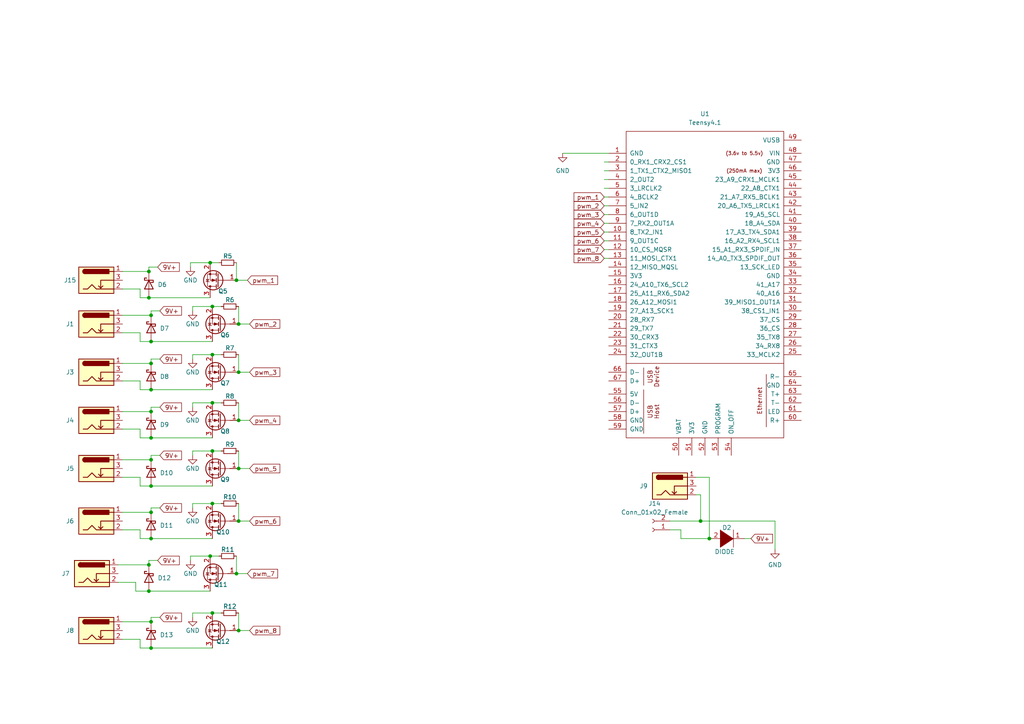
<source format=kicad_sch>
(kicad_sch (version 20231120) (generator "eeschema") (generator_version "8.0")
  (paper "A4")
  (lib_symbols
    (symbol "Connector:Barrel_Jack_Switch" (pin_names hide)
      (property "Reference" "J" (at 0 5.334 0))
      (property "Value" "Barrel_Jack_Switch" (at 0 -5.08 0))
      (symbol "Barrel_Jack_Switch_0_1"
        (rectangle (start -5.08 3.81) (end 5.08 -3.81) (stroke (width 0.254)) (fill (type background)))
        (arc (start -3.302 3.175) (mid -3.9343 2.54) (end -3.302 1.905) (stroke (width 0.254)))
        (arc (start -3.302 3.175) (mid -3.9343 2.54) (end -3.302 1.905) (stroke (width 0.254)) (fill (type outline)))
        (polyline (pts (xy 1.27 -2.286) (xy 1.905 -1.651)) (stroke (width 0.254)))
        (polyline (pts (xy 5.08 2.54) (xy 3.81 2.54)) (stroke (width 0.254)))
        (polyline (pts (xy 5.08 0) (xy 1.27 0) (xy 1.27 -2.286) (xy 0.635 -1.651)) (stroke (width 0.254)))
        (polyline (pts (xy -3.81 -2.54) (xy -2.54 -2.54) (xy -1.27 -1.27) (xy 0 -2.54) (xy 2.54 -2.54) (xy 5.08 -2.54)) (stroke (width 0.254)))
        (rectangle (start 3.683 3.175) (end -3.302 1.905) (stroke (width 0.254)) (fill (type outline)))
      )
      (symbol "Barrel_Jack_Switch_1_1"
        (pin passive line (at 7.62 2.54 180) (length 2.54) (name "~") (number "1"))
        (pin passive line (at 7.62 -2.54 180) (length 2.54) (name "~") (number "2"))
        (pin passive line (at 7.62 0 180) (length 2.54) (name "~") (number "3"))
      )
    )
    (symbol "Connector:Conn_01x02_Female" (pin_names (offset 1.016) hide)
      (property "Reference" "J" (at 0 2.54 0))
      (property "Value" "Conn_01x02_Female" (at 0 -5.08 0))
      (symbol "Conn_01x02_Female_1_1"
        (arc (start 0 -2.032) (mid -0.5058 -2.54) (end 0 -3.048) (stroke (width 0.1524)))
        (polyline (pts (xy -1.27 -2.54) (xy -0.508 -2.54)) (stroke (width 0.1524)))
        (polyline (pts (xy -1.27 0) (xy -0.508 0)) (stroke (width 0.1524)))
        (arc (start 0 0.508) (mid -0.5058 0) (end 0 -0.508) (stroke (width 0.1524)))
        (pin passive line (at -5.08 0 0) (length 3.81) (name "Pin_1") (number "1"))
        (pin passive line (at -5.08 -2.54 0) (length 3.81) (name "Pin_2") (number "2"))
      )
    )
    (symbol "Device:D_Schottky" (pin_numbers hide) (pin_names (offset 1.016) hide)
      (property "Reference" "D" (at 0 2.54 0))
      (property "Value" "D_Schottky" (at 0 -2.54 0))
      (symbol "D_Schottky_0_1"
        (polyline (pts (xy 1.27 0) (xy -1.27 0)))
        (polyline (pts (xy 1.27 1.27) (xy 1.27 -1.27) (xy -1.27 0) (xy 1.27 1.27)) (stroke (width 0.254)))
        (polyline (pts (xy -1.905 0.635) (xy -1.905 1.27) (xy -1.27 1.27) (xy -1.27 -1.27) (xy -0.635 -1.27) (xy -0.635 -0.635)) (stroke (width 0.254)))
      )
      (symbol "D_Schottky_1_1"
        (pin passive line (at -3.81 0 0) (length 2.54) (name "K") (number "1"))
        (pin passive line (at 3.81 0 180) (length 2.54) (name "A") (number "2"))
      )
    )
    (symbol "Device:R_Small" (pin_numbers hide) (pin_names (offset 0.254) hide)
      (property "Reference" "R" (at 0.762 0.508 0))
      (property "Value" "R_Small" (at 0.762 -1.016 0))
      (symbol "R_Small_0_1"
        (rectangle (start -0.762 1.778) (end 0.762 -1.778) (stroke (width 0.2032)))
      )
      (symbol "R_Small_1_1"
        (pin passive line (at 0 2.54 270) (length 0.762) (name "~") (number "1"))
        (pin passive line (at 0 -2.54 90) (length 0.762) (name "~") (number "2"))
      )
    )
    (symbol "Transistor_FET:AO3400A" (pin_names hide)
      (property "Reference" "Q?" (at 7.62 -2.54 0))
      (property "Value" "AO3400A" (at 7.62 0 0))
      (symbol "AO3400A_0_1"
        (polyline (pts (xy 0.254 0) (xy -2.54 0)))
        (polyline (pts (xy 0.254 1.905) (xy 0.254 -1.905)) (stroke (width 0.254)))
        (polyline (pts (xy 0.762 -1.27) (xy 0.762 -2.286)) (stroke (width 0.254)))
        (polyline (pts (xy 0.762 0.508) (xy 0.762 -0.508)) (stroke (width 0.254)))
        (polyline (pts (xy 0.762 2.286) (xy 0.762 1.27)) (stroke (width 0.254)))
        (polyline (pts (xy 2.54 2.54) (xy 2.54 1.778)))
        (polyline (pts (xy 2.54 -2.54) (xy 2.54 0) (xy 0.762 0)))
        (polyline (pts (xy 0.762 -1.778) (xy 3.302 -1.778) (xy 3.302 1.778) (xy 0.762 1.778)))
        (polyline (pts (xy 1.016 0) (xy 2.032 0.381) (xy 2.032 -0.381) (xy 1.016 0)) (fill (type outline)))
        (polyline (pts (xy 2.794 0.508) (xy 2.921 0.381) (xy 3.683 0.381) (xy 3.81 0.254)))
        (polyline (pts (xy 3.302 0.381) (xy 2.921 -0.254) (xy 3.683 -0.254) (xy 3.302 0.381)))
        (circle (center 1.651 0) (radius 2.794) (stroke (width 0.254)))
        (circle (center 2.54 -1.778) (radius 0.254) (fill (type outline)))
        (circle (center 2.54 1.778) (radius 0.254) (fill (type outline)))
      )
      (symbol "AO3400A_1_1"
        (pin input line (at -5.08 0 0) (length 2.54) (name "G") (number "1"))
        (pin passive line (at 2.54 -5.08 90) (length 2.54) (name "S") (number "2"))
        (pin passive line (at 2.54 5.08 270) (length 2.54) (name "D") (number "3"))
      )
    )
    (symbol "power:GND" (power) (pin_names (offset 0))
      (property "Value" "GND" (at 0 -3.81 0))
      (symbol "GND_0_1"
        (polyline (pts (xy 0 0) (xy 0 -1.27) (xy 1.27 -1.27) (xy 0 -2.54) (xy -1.27 -1.27) (xy 0 -1.27)))
      )
      (symbol "GND_1_1"
        (pin power_in line (at 0 0 270) (length 0) hide (name "GND") (number "1"))
      )
    )
    (symbol "pspice:DIODE" (pin_names (offset 1.016) hide)
      (property "Reference" "D2" (at 0 3.175 0))
      (property "Value" "DIODE" (at -0.635 -3.81 0))
      (symbol "DIODE_0_1"
        (polyline (pts (xy 1.905 2.54) (xy 1.905 -2.54)))
        (polyline (pts (xy -1.905 2.54) (xy -1.905 -2.54) (xy 1.905 0)) (fill (type outline)))
      )
      (symbol "DIODE_1_1"
        (pin input line (at 5.08 0 180) (length 3.81) (name "K") (number "1"))
        (pin input line (at -5.08 0 0) (length 3.81) (name "A") (number "2"))
      )
    )
    (symbol "teensy:Teensy4.1" (pin_names (offset 1.016))
      (property "Reference" "U" (at 0 64.77 0))
      (property "Value" "Teensy4.1" (at 0 62.23 0))
      (symbol "Teensy4.1_0_0"
        (polyline (pts (xy -22.86 -6.35) (xy 22.86 -6.35)))
        (polyline (pts (xy -17.78 -26.67) (xy -17.78 -13.97)))
        (polyline (pts (xy -17.78 -7.62) (xy -17.78 -12.7)))
        (polyline (pts (xy 17.78 -9.525) (xy 17.78 -24.765)))
        (text "(250mA max)" (at 11.43 49.53 0) (effects (font (size 1.016 1.016))))
        (text "(3.6v to 5.5v)" (at 11.43 54.61 0) (effects (font (size 1.016 1.016))))
        (text "Device" (at -13.97 -10.16 900) (effects (font (size 1.27 1.27))))
        (text "Ethernet" (at 15.875 -17.145 900) (effects (font (size 1.27 1.27))))
        (text "Host" (at -13.97 -20.32 900) (effects (font (size 1.27 1.27))))
        (text "USB" (at -15.875 -20.32 900) (effects (font (size 1.27 1.27))))
        (text "USB" (at -15.875 -10.16 900) (effects (font (size 1.27 1.27))))
        (pin bidirectional line (at -27.94 31.75 0) (length 5.08) (name "8_TX2_IN1") (number "10"))
        (pin bidirectional line (at -27.94 29.21 0) (length 5.08) (name "9_OUT1C") (number "11"))
        (pin bidirectional line (at -27.94 26.67 0) (length 5.08) (name "10_CS_MQSR") (number "12"))
        (pin bidirectional line (at -27.94 24.13 0) (length 5.08) (name "11_MOSI_CTX1") (number "13"))
        (pin bidirectional line (at -27.94 21.59 0) (length 5.08) (name "12_MISO_MQSL") (number "14"))
        (pin power_in line (at -27.94 19.05 0) (length 5.08) (name "3V3") (number "15"))
        (pin bidirectional line (at -27.94 16.51 0) (length 5.08) (name "24_A10_TX6_SCL2") (number "16"))
        (pin bidirectional line (at -27.94 13.97 0) (length 5.08) (name "25_A11_RX6_SDA2") (number "17"))
        (pin bidirectional line (at -27.94 11.43 0) (length 5.08) (name "26_A12_MOSI1") (number "18"))
        (pin bidirectional line (at -27.94 8.89 0) (length 5.08) (name "27_A13_SCK1") (number "19"))
        (pin bidirectional line (at -27.94 6.35 0) (length 5.08) (name "28_RX7") (number "20"))
        (pin bidirectional line (at -27.94 3.81 0) (length 5.08) (name "29_TX7") (number "21"))
        (pin bidirectional line (at -27.94 1.27 0) (length 5.08) (name "30_CRX3") (number "22"))
        (pin bidirectional line (at -27.94 -1.27 0) (length 5.08) (name "31_CTX3") (number "23"))
        (pin bidirectional line (at -27.94 -3.81 0) (length 5.08) (name "32_OUT1B") (number "24"))
        (pin bidirectional line (at 27.94 -3.81 180) (length 5.08) (name "33_MCLK2") (number "25"))
        (pin bidirectional line (at 27.94 -1.27 180) (length 5.08) (name "34_RX8") (number "26"))
        (pin bidirectional line (at 27.94 1.27 180) (length 5.08) (name "35_TX8") (number "27"))
        (pin bidirectional line (at 27.94 3.81 180) (length 5.08) (name "36_CS") (number "28"))
        (pin bidirectional line (at 27.94 6.35 180) (length 5.08) (name "37_CS") (number "29"))
        (pin bidirectional line (at 27.94 8.89 180) (length 5.08) (name "38_CS1_IN1") (number "30"))
        (pin bidirectional line (at 27.94 11.43 180) (length 5.08) (name "39_MISO1_OUT1A") (number "31"))
        (pin bidirectional line (at 27.94 13.97 180) (length 5.08) (name "40_A16") (number "32"))
        (pin bidirectional line (at 27.94 16.51 180) (length 5.08) (name "41_A17") (number "33"))
        (pin bidirectional line (at 27.94 21.59 180) (length 5.08) (name "13_SCK_LED") (number "35"))
        (pin bidirectional line (at 27.94 24.13 180) (length 5.08) (name "14_A0_TX3_SPDIF_OUT") (number "36"))
        (pin bidirectional line (at 27.94 26.67 180) (length 5.08) (name "15_A1_RX3_SPDIF_IN") (number "37"))
        (pin bidirectional line (at 27.94 29.21 180) (length 5.08) (name "16_A2_RX4_SCL1") (number "38"))
        (pin bidirectional line (at 27.94 31.75 180) (length 5.08) (name "17_A3_TX4_SDA1") (number "39"))
        (pin bidirectional line (at 27.94 34.29 180) (length 5.08) (name "18_A4_SDA") (number "40"))
        (pin bidirectional line (at 27.94 36.83 180) (length 5.08) (name "19_A5_SCL") (number "41"))
        (pin bidirectional line (at 27.94 39.37 180) (length 5.08) (name "20_A6_TX5_LRCLK1") (number "42"))
        (pin bidirectional line (at 27.94 41.91 180) (length 5.08) (name "21_A7_RX5_BCLK1") (number "43"))
        (pin bidirectional line (at 27.94 44.45 180) (length 5.08) (name "22_A8_CTX1") (number "44"))
        (pin bidirectional line (at 27.94 46.99 180) (length 5.08) (name "23_A9_CRX1_MCLK1") (number "45"))
        (pin output line (at 27.94 49.53 180) (length 5.08) (name "3V3") (number "46"))
        (pin output line (at 27.94 52.07 180) (length 5.08) (name "GND") (number "47"))
        (pin power_in line (at 27.94 54.61 180) (length 5.08) (name "VIN") (number "48"))
        (pin power_out line (at 27.94 58.42 180) (length 5.08) (name "VUSB") (number "49"))
        (pin bidirectional line (at -27.94 44.45 0) (length 5.08) (name "3_LRCLK2") (number "5"))
        (pin power_in line (at -7.62 -33.02 90) (length 5.08) (name "VBAT") (number "50"))
        (pin power_in line (at -3.81 -33.02 90) (length 5.08) (name "3V3") (number "51"))
        (pin input line (at 0 -33.02 90) (length 5.08) (name "GND") (number "52"))
        (pin input line (at 3.81 -33.02 90) (length 5.08) (name "PROGRAM") (number "53"))
        (pin input line (at 7.62 -33.02 90) (length 5.08) (name "ON_OFF") (number "54"))
        (pin power_out line (at -27.94 -15.24 0) (length 5.08) (name "5V") (number "55"))
        (pin bidirectional line (at -27.94 -17.78 0) (length 5.08) (name "D-") (number "56"))
        (pin bidirectional line (at -27.94 -20.32 0) (length 5.08) (name "D+") (number "57"))
        (pin power_in line (at -27.94 -22.86 0) (length 5.08) (name "GND") (number "58"))
        (pin power_in line (at -27.94 -25.4 0) (length 5.08) (name "GND") (number "59"))
        (pin bidirectional line (at -27.94 41.91 0) (length 5.08) (name "4_BCLK2") (number "6"))
        (pin bidirectional line (at 27.94 -22.86 180) (length 5.08) (name "R+") (number "60"))
        (pin bidirectional line (at 27.94 -20.32 180) (length 5.08) (name "LED") (number "61"))
        (pin bidirectional line (at 27.94 -17.78 180) (length 5.08) (name "T-") (number "62"))
        (pin bidirectional line (at 27.94 -15.24 180) (length 5.08) (name "T+") (number "63"))
        (pin power_in line (at 27.94 -12.7 180) (length 5.08) (name "GND") (number "64"))
        (pin bidirectional line (at 27.94 -10.16 180) (length 5.08) (name "R-") (number "65"))
        (pin bidirectional line (at -27.94 -8.89 0) (length 5.08) (name "D-") (number "66"))
        (pin bidirectional line (at -27.94 -11.43 0) (length 5.08) (name "D+") (number "67"))
        (pin bidirectional line (at -27.94 39.37 0) (length 5.08) (name "5_IN2") (number "7"))
        (pin bidirectional line (at -27.94 36.83 0) (length 5.08) (name "6_OUT1D") (number "8"))
        (pin bidirectional line (at -27.94 34.29 0) (length 5.08) (name "7_RX2_OUT1A") (number "9"))
      )
      (symbol "Teensy4.1_0_1"
        (rectangle (start -22.86 60.96) (end 22.86 -27.94))
        (rectangle (start -20.32 -1.27) (end -20.32 -1.27))
      )
      (symbol "Teensy4.1_1_1"
        (pin power_in line (at -27.94 54.61 0) (length 5.08) (name "GND") (number "1"))
        (pin bidirectional line (at -27.94 52.07 0) (length 5.08) (name "0_RX1_CRX2_CS1") (number "2"))
        (pin bidirectional line (at -27.94 49.53 0) (length 5.08) (name "1_TX1_CTX2_MISO1") (number "3"))
        (pin power_in line (at 27.94 19.05 180) (length 5.08) (name "GND") (number "34"))
        (pin bidirectional line (at -27.94 46.99 0) (length 5.08) (name "2_OUT2") (number "4"))
      )
    )
  )
  (junction (at 69.215 107.95))
  (junction (at 43.815 140.97))
  (junction (at 43.815 105.41))
  (junction (at 203.2 151.13))
  (junction (at 60.96 76.2))
  (junction (at 205.74 156.21))
  (junction (at 43.815 133.35))
  (junction (at 61.595 146.05))
  (junction (at 61.595 88.9))
  (junction (at 69.215 182.88))
  (junction (at 61.595 130.81))
  (junction (at 68.58 81.28))
  (junction (at 43.815 187.96))
  (junction (at 68.58 166.37))
  (junction (at 61.595 102.87))
  (junction (at 43.815 113.03))
  (junction (at 43.815 180.34))
  (junction (at 43.18 171.45))
  (junction (at 43.815 148.59))
  (junction (at 43.815 119.38))
  (junction (at 69.215 151.13))
  (junction (at 43.815 127))
  (junction (at 69.215 121.92))
  (junction (at 61.595 177.8))
  (junction (at 43.815 99.06))
  (junction (at 43.18 163.83))
  (junction (at 43.18 86.36))
  (junction (at 43.815 156.21))
  (junction (at 43.815 91.44))
  (junction (at 43.18 78.74))
  (junction (at 60.96 161.29))
  (junction (at 61.595 116.84))
  (junction (at 69.215 135.89))
  (junction (at 69.215 93.98))
  (wire (pts (xy 201.93 138.43) (xy 205.74 138.43)))
  (wire (pts (xy 46.355 104.14) (xy 43.815 104.14)))
  (wire (pts (xy 69.215 151.13) (xy 72.39 151.13)))
  (wire (pts (xy 68.58 166.37) (xy 71.755 166.37)))
  (wire (pts (xy 35.56 148.59) (xy 43.815 148.59)))
  (wire (pts (xy 35.56 153.67) (xy 40.64 153.67)))
  (wire (pts (xy 43.815 127) (xy 61.595 127)))
  (wire (pts (xy 35.56 185.42) (xy 40.64 185.42)))
  (wire (pts (xy 69.215 93.98) (xy 72.39 93.98)))
  (wire (pts (xy 43.815 104.14) (xy 43.815 105.41)))
  (wire (pts (xy 215.9 156.21) (xy 217.805 156.21)))
  (wire (pts (xy 40.64 153.67) (xy 40.64 156.21)))
  (wire (pts (xy 43.18 77.47) (xy 43.18 78.74)))
  (wire (pts (xy 55.88 130.81) (xy 55.88 132.08)))
  (wire (pts (xy 40.64 187.96) (xy 43.815 187.96)))
  (wire (pts (xy 43.18 162.56) (xy 43.18 163.83)))
  (wire (pts (xy 175.26 67.31) (xy 176.53 67.31)))
  (wire (pts (xy 175.26 74.93) (xy 176.53 74.93)))
  (wire (pts (xy 40.64 127) (xy 43.815 127)))
  (wire (pts (xy 69.215 121.92) (xy 72.39 121.92)))
  (wire (pts (xy 35.56 124.46) (xy 40.64 124.46)))
  (wire (pts (xy 55.88 177.8) (xy 55.88 179.07)))
  (wire (pts (xy 224.79 151.13) (xy 224.79 159.385)))
  (wire (pts (xy 68.58 81.28) (xy 71.755 81.28)))
  (wire (pts (xy 43.815 118.11) (xy 43.815 119.38)))
  (wire (pts (xy 45.72 162.56) (xy 43.18 162.56)))
  (wire (pts (xy 35.56 96.52) (xy 40.64 96.52)))
  (wire (pts (xy 60.96 161.29) (xy 55.245 161.29)))
  (wire (pts (xy 55.245 161.29) (xy 55.245 162.56)))
  (wire (pts (xy 61.595 102.87) (xy 64.135 102.87)))
  (wire (pts (xy 176.53 49.53) (xy 175.26 49.53)))
  (wire (pts (xy 69.215 177.8) (xy 69.215 182.88)))
  (wire (pts (xy 35.56 110.49) (xy 40.64 110.49)))
  (wire (pts (xy 203.2 143.51) (xy 203.2 151.13)))
  (wire (pts (xy 35.56 91.44) (xy 43.815 91.44)))
  (wire (pts (xy 40.64 138.43) (xy 40.64 140.97)))
  (wire (pts (xy 205.74 138.43) (xy 205.74 156.21)))
  (wire (pts (xy 197.485 156.21) (xy 197.485 153.67)))
  (wire (pts (xy 176.53 57.15) (xy 175.26 57.15)))
  (wire (pts (xy 46.355 90.17) (xy 43.815 90.17)))
  (wire (pts (xy 55.88 146.05) (xy 55.88 147.32)))
  (wire (pts (xy 69.215 182.88) (xy 72.39 182.88)))
  (wire (pts (xy 43.18 86.36) (xy 60.96 86.36)))
  (wire (pts (xy 35.56 105.41) (xy 43.815 105.41)))
  (wire (pts (xy 55.88 102.87) (xy 55.88 104.14)))
  (wire (pts (xy 46.355 118.11) (xy 43.815 118.11)))
  (wire (pts (xy 68.58 161.29) (xy 68.58 166.37)))
  (wire (pts (xy 175.26 72.39) (xy 176.53 72.39)))
  (wire (pts (xy 43.815 140.97) (xy 61.595 140.97)))
  (wire (pts (xy 203.2 151.13) (xy 224.79 151.13)))
  (wire (pts (xy 194.31 151.13) (xy 203.2 151.13)))
  (wire (pts (xy 68.58 76.2) (xy 68.58 81.28)))
  (wire (pts (xy 61.595 130.81) (xy 55.88 130.81)))
  (wire (pts (xy 40.64 140.97) (xy 43.815 140.97)))
  (wire (pts (xy 61.595 116.84) (xy 64.135 116.84)))
  (wire (pts (xy 60.96 76.2) (xy 63.5 76.2)))
  (wire (pts (xy 69.215 130.81) (xy 69.215 135.89)))
  (wire (pts (xy 55.88 88.9) (xy 55.88 90.17)))
  (wire (pts (xy 69.215 135.89) (xy 72.39 135.89)))
  (wire (pts (xy 69.215 146.05) (xy 69.215 151.13)))
  (wire (pts (xy 61.595 146.05) (xy 64.135 146.05)))
  (wire (pts (xy 61.595 88.9) (xy 64.135 88.9)))
  (wire (pts (xy 43.815 132.08) (xy 43.815 133.35)))
  (wire (pts (xy 43.815 99.06) (xy 61.595 99.06)))
  (wire (pts (xy 61.595 102.87) (xy 55.88 102.87)))
  (wire (pts (xy 61.595 177.8) (xy 64.135 177.8)))
  (wire (pts (xy 46.355 179.07) (xy 43.815 179.07)))
  (wire (pts (xy 46.355 132.08) (xy 43.815 132.08)))
  (wire (pts (xy 69.215 107.95) (xy 72.39 107.95)))
  (wire (pts (xy 197.485 156.21) (xy 205.74 156.21)))
  (wire (pts (xy 55.245 76.2) (xy 55.245 77.47)))
  (wire (pts (xy 43.815 156.21) (xy 61.595 156.21)))
  (wire (pts (xy 45.72 77.47) (xy 43.18 77.47)))
  (wire (pts (xy 46.355 147.32) (xy 43.815 147.32)))
  (wire (pts (xy 60.96 76.2) (xy 55.245 76.2)))
  (wire (pts (xy 61.595 146.05) (xy 55.88 146.05)))
  (wire (pts (xy 176.53 62.23) (xy 175.26 62.23)))
  (wire (pts (xy 35.56 78.74) (xy 43.18 78.74)))
  (wire (pts (xy 40.64 156.21) (xy 43.815 156.21)))
  (wire (pts (xy 40.64 185.42) (xy 40.64 187.96)))
  (wire (pts (xy 40.64 83.82) (xy 40.64 86.36)))
  (wire (pts (xy 39.37 168.91) (xy 39.37 171.45)))
  (wire (pts (xy 40.64 86.36) (xy 43.18 86.36)))
  (wire (pts (xy 43.815 113.03) (xy 61.595 113.03)))
  (wire (pts (xy 69.215 88.9) (xy 69.215 93.98)))
  (wire (pts (xy 34.29 163.83) (xy 43.18 163.83)))
  (wire (pts (xy 43.815 179.07) (xy 43.815 180.34)))
  (wire (pts (xy 69.215 102.87) (xy 69.215 107.95)))
  (wire (pts (xy 61.595 130.81) (xy 64.135 130.81)))
  (wire (pts (xy 34.29 168.91) (xy 39.37 168.91)))
  (wire (pts (xy 35.56 138.43) (xy 40.64 138.43)))
  (wire (pts (xy 176.53 46.99) (xy 175.26 46.99)))
  (wire (pts (xy 163.195 44.45) (xy 176.53 44.45)))
  (wire (pts (xy 61.595 116.84) (xy 55.88 116.84)))
  (wire (pts (xy 40.64 124.46) (xy 40.64 127)))
  (wire (pts (xy 176.53 54.61) (xy 175.26 54.61)))
  (wire (pts (xy 69.215 116.84) (xy 69.215 121.92)))
  (wire (pts (xy 176.53 64.77) (xy 175.26 64.77)))
  (wire (pts (xy 43.18 171.45) (xy 60.96 171.45)))
  (wire (pts (xy 175.26 69.85) (xy 176.53 69.85)))
  (wire (pts (xy 35.56 119.38) (xy 43.815 119.38)))
  (wire (pts (xy 40.64 113.03) (xy 43.815 113.03)))
  (wire (pts (xy 176.53 52.07) (xy 175.26 52.07)))
  (wire (pts (xy 35.56 133.35) (xy 43.815 133.35)))
  (wire (pts (xy 61.595 88.9) (xy 55.88 88.9)))
  (wire (pts (xy 55.88 116.84) (xy 55.88 118.11)))
  (wire (pts (xy 61.595 177.8) (xy 55.88 177.8)))
  (wire (pts (xy 43.815 147.32) (xy 43.815 148.59)))
  (wire (pts (xy 197.485 153.67) (xy 194.31 153.67)))
  (wire (pts (xy 40.64 99.06) (xy 43.815 99.06)))
  (wire (pts (xy 35.56 83.82) (xy 40.64 83.82)))
  (wire (pts (xy 40.64 96.52) (xy 40.64 99.06)))
  (wire (pts (xy 35.56 180.34) (xy 43.815 180.34)))
  (wire (pts (xy 176.53 59.69) (xy 175.26 59.69)))
  (wire (pts (xy 43.815 187.96) (xy 61.595 187.96)))
  (wire (pts (xy 60.96 161.29) (xy 63.5 161.29)))
  (wire (pts (xy 43.815 90.17) (xy 43.815 91.44)))
  (wire (pts (xy 39.37 171.45) (xy 43.18 171.45)))
  (wire (pts (xy 201.93 143.51) (xy 203.2 143.51)))
  (wire (pts (xy 40.64 110.49) (xy 40.64 113.03)))
  (global_label "pwm_3" (shape input) (at 72.39 107.95 0) (property "Intersheetrefs" "${INTERSHEET_REFS}" (effects (hide yes))))
  (global_label "9V+" (shape input) (at 217.805 156.21 0) (property "Intersheetrefs" "${INTERSHEET_REFS}" (effects (hide yes))))
  (global_label "9V+" (shape input) (at 46.355 132.08 0) (property "Intersheetrefs" "${INTERSHEET_REFS}" (effects (hide yes))))
  (global_label "pwm_6" (shape input) (at 175.26 69.85 180) (property "Intersheetrefs" "${INTERSHEET_REFS}" (effects (hide yes))))
  (global_label "9V+" (shape input) (at 45.72 77.47 0) (property "Intersheetrefs" "${INTERSHEET_REFS}" (effects (hide yes))))
  (global_label "pwm_7" (shape input) (at 71.755 166.37 0) (property "Intersheetrefs" "${INTERSHEET_REFS}" (effects (hide yes))))
  (global_label "pwm_5" (shape input) (at 175.26 67.31 180) (property "Intersheetrefs" "${INTERSHEET_REFS}" (effects (hide yes))))
  (global_label "pwm_8" (shape input) (at 175.26 74.93 180) (property "Intersheetrefs" "${INTERSHEET_REFS}" (effects (hide yes))))
  (global_label "pwm_8" (shape input) (at 72.39 182.88 0) (property "Intersheetrefs" "${INTERSHEET_REFS}" (effects (hide yes))))
  (global_label "pwm_4" (shape input) (at 72.39 121.92 0) (property "Intersheetrefs" "${INTERSHEET_REFS}" (effects (hide yes))))
  (global_label "9V+" (shape input) (at 46.355 118.11 0) (property "Intersheetrefs" "${INTERSHEET_REFS}" (effects (hide yes))))
  (global_label "9V+" (shape input) (at 46.355 90.17 0) (property "Intersheetrefs" "${INTERSHEET_REFS}" (effects (hide yes))))
  (global_label "9V+" (shape input) (at 46.355 179.07 0) (property "Intersheetrefs" "${INTERSHEET_REFS}" (effects (hide yes))))
  (global_label "9V+" (shape input) (at 46.355 104.14 0) (property "Intersheetrefs" "${INTERSHEET_REFS}" (effects (hide yes))))
  (global_label "pwm_7" (shape input) (at 175.26 72.39 180) (property "Intersheetrefs" "${INTERSHEET_REFS}" (effects (hide yes))))
  (global_label "pwm_2" (shape input) (at 72.39 93.98 0) (property "Intersheetrefs" "${INTERSHEET_REFS}" (effects (hide yes))))
  (global_label "pwm_1" (shape input) (at 175.26 57.15 180) (property "Intersheetrefs" "${INTERSHEET_REFS}" (effects (hide yes))))
  (global_label "pwm_3" (shape input) (at 175.26 62.23 180) (property "Intersheetrefs" "${INTERSHEET_REFS}" (effects (hide yes))))
  (global_label "pwm_5" (shape input) (at 72.39 135.89 0) (property "Intersheetrefs" "${INTERSHEET_REFS}" (effects (hide yes))))
  (global_label "pwm_4" (shape input) (at 175.26 64.77 180) (property "Intersheetrefs" "${INTERSHEET_REFS}" (effects (hide yes))))
  (global_label "pwm_6" (shape input) (at 72.39 151.13 0) (property "Intersheetrefs" "${INTERSHEET_REFS}" (effects (hide yes))))
  (global_label "9V+" (shape input) (at 45.72 162.56 0) (property "Intersheetrefs" "${INTERSHEET_REFS}" (effects (hide yes))))
  (global_label "9V+" (shape input) (at 46.355 147.32 0) (property "Intersheetrefs" "${INTERSHEET_REFS}" (effects (hide yes))))
  (global_label "pwm_2" (shape input) (at 175.26 59.69 180) (property "Intersheetrefs" "${INTERSHEET_REFS}" (effects (hide yes))))
  (global_label "pwm_1" (shape input) (at 71.755 81.28 0) (property "Intersheetrefs" "${INTERSHEET_REFS}" (effects (hide yes))))
  (symbol (lib_id "Transistor_FET:AO3400A") (at 64.135 107.95 180) (unit 1)
    (property "Reference" "Q7" (at 66.675 111.125 0) (effects (justify left)))
    (property "Value" "AO3400A" (effects (hide yes)))
    (property "Footprint" "Package_TO_SOT_SMD:SOT-23" (effects (hide yes)))
    (property "Datasheet" "http://www.aosmd.com/pdfs/datasheet/AO3400A.pdf" (effects (hide yes)))
    (property "LCSC" "C20917" (effects (hide yes)))
  )
  (symbol (lib_id "power:GND") (at 55.88 179.07 0) (unit 1)
    (property "Reference" "#PWR0114" (effects (hide yes)))
    (property "Value" "GND" (at 55.88 182.88 0))
  )
  (symbol (lib_id "Device:D_Schottky") (at 43.18 82.55 90) (mirror x) (unit 1)
    (property "Reference" "D6" (at 45.72 82.5501 90) (effects (justify right)))
    (property "Value" "SS54" (effects (hide yes)))
    (property "Footprint" "Diode_SMD:D_SMA" (effects (hide yes)))
    (property "LCSC" "C22452" (effects (hide yes)))
  )
  (symbol (lib_id "Device:D_Schottky") (at 43.815 109.22 90) (mirror x) (unit 1)
    (property "Reference" "D8" (at 46.355 109.2201 90) (effects (justify right)))
    (property "Value" "SS54" (effects (hide yes)))
    (property "Footprint" "Diode_SMD:D_SMA" (effects (hide yes)))
    (property "LCSC" "C22452" (effects (hide yes)))
  )
  (symbol (lib_id "Transistor_FET:AO3400A") (at 64.135 121.92 180) (unit 1)
    (property "Reference" "Q8" (at 66.675 125.095 0) (effects (justify left)))
    (property "Value" "AO3400A" (effects (hide yes)))
    (property "Footprint" "Package_TO_SOT_SMD:SOT-23" (effects (hide yes)))
    (property "Datasheet" "http://www.aosmd.com/pdfs/datasheet/AO3400A.pdf" (effects (hide yes)))
    (property "LCSC" "C20917" (effects (hide yes)))
  )
  (symbol (lib_id "power:GND") (at 55.88 104.14 0) (unit 1)
    (property "Reference" "#PWR0108" (effects (hide yes)))
    (property "Value" "GND" (at 55.88 107.95 0))
  )
  (symbol (lib_id "power:GND") (at 55.88 147.32 0) (unit 1)
    (property "Reference" "#PWR0113" (effects (hide yes)))
    (property "Value" "GND" (at 55.88 151.13 0))
  )
  (symbol (lib_id "Connector:Barrel_Jack_Switch") (at 27.94 135.89 0) (unit 1)
    (property "Reference" "J5" (at 20.32 135.89 0))
    (property "Value" "Barrel_Jack_Switch" (effects (hide yes)))
    (property "Footprint" "Connector_BarrelJack:DC-005-5A-2.0-SMT" (effects (hide yes)))
    (property "Description" "DC Barrel Jack with an internal switch" (effects (hide yes)))
    (property "LCSC" "C319134" (effects (hide yes)))
  )
  (symbol (lib_id "pspice:DIODE") (at 210.82 156.21 0) (unit 1)
    (property "Reference" "D2" (at 210.82 153.035 0))
    (property "Value" "DIODE" (at 210.185 160.02 0))
    (property "Footprint" "Package_TO_SOT_THT:TO-220-2_Horizontal_TabDown" (effects (hide yes)))
  )
  (symbol (lib_id "Device:R_Small") (at 66.675 130.81 270) (unit 1)
    (property "Reference" "R9" (at 66.675 128.905 90))
    (property "Value" "R_Small" (effects (hide yes)))
    (property "Footprint" "Resistor_SMD:R_0805_2012Metric" (effects (hide yes)))
    (property "LCSC" "C17414" (effects (hide yes)))
  )
  (symbol (lib_id "Device:R_Small") (at 66.04 76.2 270) (unit 1)
    (property "Reference" "R5" (at 66.04 74.295 90))
    (property "Value" "R_Small" (effects (hide yes)))
    (property "Footprint" "Resistor_SMD:R_0805_2012Metric" (effects (hide yes)))
    (property "LCSC" "C17414" (effects (hide yes)))
  )
  (symbol (lib_id "power:GND") (at 224.79 159.385 0) (unit 1)
    (property "Reference" "#PWR0102" (effects (hide yes)))
    (property "Value" "GND" (at 224.79 163.83 0))
  )
  (symbol (lib_id "Device:R_Small") (at 66.675 102.87 270) (unit 1)
    (property "Reference" "R7" (at 66.675 100.965 90))
    (property "Value" "R_Small" (effects (hide yes)))
    (property "Footprint" "Resistor_SMD:R_0805_2012Metric" (effects (hide yes)))
    (property "LCSC" "C17414" (effects (hide yes)))
  )
  (symbol (lib_id "power:GND") (at 55.88 132.08 0) (unit 1)
    (property "Reference" "#PWR0112" (effects (hide yes)))
    (property "Value" "GND" (at 55.88 135.89 0))
  )
  (symbol (lib_id "Transistor_FET:AO3400A") (at 64.135 93.98 180) (unit 1)
    (property "Reference" "Q6" (at 66.675 97.155 0) (effects (justify left)))
    (property "Value" "AO3400A" (effects (hide yes)))
    (property "Footprint" "Package_TO_SOT_SMD:SOT-23" (effects (hide yes)))
    (property "Datasheet" "http://www.aosmd.com/pdfs/datasheet/AO3400A.pdf" (effects (hide yes)))
    (property "LCSC" "C20917" (effects (hide yes)))
  )
  (symbol (lib_id "power:GND") (at 55.88 118.11 0) (unit 1)
    (property "Reference" "#PWR0109" (effects (hide yes)))
    (property "Value" "GND" (at 55.88 121.92 0))
  )
  (symbol (lib_id "Connector:Barrel_Jack_Switch") (at 27.94 107.95 0) (unit 1)
    (property "Reference" "J3" (at 20.32 107.95 0))
    (property "Value" "Barrel_Jack_Switch" (effects (hide yes)))
    (property "Footprint" "Connector_BarrelJack:DC-005-5A-2.0-SMT" (effects (hide yes)))
    (property "Description" "DC Barrel Jack with an internal switch" (effects (hide yes)))
    (property "LCSC" "C319134" (effects (hide yes)))
  )
  (symbol (lib_id "Device:D_Schottky") (at 43.815 123.19 90) (mirror x) (unit 1)
    (property "Reference" "D9" (at 46.355 123.1901 90) (effects (justify right)))
    (property "Value" "SS54" (effects (hide yes)))
    (property "Footprint" "Diode_SMD:D_SMA" (effects (hide yes)))
    (property "LCSC" "C22452" (effects (hide yes)))
  )
  (symbol (lib_id "Device:D_Schottky") (at 43.815 95.25 90) (mirror x) (unit 1)
    (property "Reference" "D7" (at 46.355 95.2501 90) (effects (justify right)))
    (property "Value" "SS54" (effects (hide yes)))
    (property "Footprint" "Diode_SMD:D_SMA" (effects (hide yes)))
    (property "LCSC" "C22452" (effects (hide yes)))
  )
  (symbol (lib_id "Device:R_Small") (at 66.675 116.84 270) (unit 1)
    (property "Reference" "R8" (at 66.675 114.935 90))
    (property "Value" "R_Small" (effects (hide yes)))
    (property "Footprint" "Resistor_SMD:R_0805_2012Metric" (effects (hide yes)))
    (property "LCSC" "C17414" (effects (hide yes)))
  )
  (symbol (lib_id "Transistor_FET:AO3400A") (at 64.135 182.88 180) (unit 1)
    (property "Reference" "Q12" (at 66.675 186.055 0) (effects (justify left)))
    (property "Value" "AO3400A" (effects (hide yes)))
    (property "Footprint" "Package_TO_SOT_SMD:SOT-23" (effects (hide yes)))
    (property "Datasheet" "http://www.aosmd.com/pdfs/datasheet/AO3400A.pdf" (effects (hide yes)))
    (property "LCSC" "C20917" (effects (hide yes)))
  )
  (symbol (lib_id "Device:R_Small") (at 66.675 146.05 270) (unit 1)
    (property "Reference" "R10" (at 66.675 144.145 90))
    (property "Value" "R_Small" (effects (hide yes)))
    (property "Footprint" "Resistor_SMD:R_0805_2012Metric" (effects (hide yes)))
    (property "LCSC" "C17414" (effects (hide yes)))
  )
  (symbol (lib_id "Connector:Barrel_Jack_Switch") (at 27.94 151.13 0) (unit 1)
    (property "Reference" "J6" (at 20.32 151.13 0))
    (property "Value" "Barrel_Jack_Switch" (effects (hide yes)))
    (property "Footprint" "Connector_BarrelJack:DC-005-5A-2.0-SMT" (effects (hide yes)))
    (property "Description" "DC Barrel Jack with an internal switch" (effects (hide yes)))
    (property "LCSC" "C319134" (effects (hide yes)))
  )
  (symbol (lib_id "Connector:Barrel_Jack_Switch") (at 27.94 81.28 0) (unit 1)
    (property "Reference" "J15" (at 20.32 81.28 0))
    (property "Value" "Barrel_Jack_Switch" (effects (hide yes)))
    (property "Footprint" "Connector_BarrelJack:DC-005-5A-2.0-SMT" (effects (hide yes)))
    (property "Description" "DC Barrel Jack with an internal switch" (effects (hide yes)))
    (property "LCSC" "C319134" (effects (hide yes)))
  )
  (symbol (lib_id "Connector:Barrel_Jack_Switch") (at 27.94 182.88 0) (unit 1)
    (property "Reference" "J8" (at 20.32 182.88 0))
    (property "Value" "Barrel_Jack_Switch" (effects (hide yes)))
    (property "Footprint" "Connector_BarrelJack:DC-005-5A-2.0-SMT" (effects (hide yes)))
    (property "Description" "DC Barrel Jack with an internal switch" (effects (hide yes)))
    (property "LCSC" "C319134" (effects (hide yes)))
  )
  (symbol (lib_id "power:GND") (at 55.245 77.47 0) (unit 1)
    (property "Reference" "#PWR0103" (effects (hide yes)))
    (property "Value" "GND" (at 55.245 81.28 0))
  )
  (symbol (lib_id "Transistor_FET:AO3400A") (at 63.5 81.28 180) (unit 1)
    (property "Reference" "Q5" (at 66.04 84.455 0) (effects (justify left)))
    (property "Value" "AO3400A" (effects (hide yes)))
    (property "Footprint" "Package_TO_SOT_SMD:SOT-23" (effects (hide yes)))
    (property "Datasheet" "http://www.aosmd.com/pdfs/datasheet/AO3400A.pdf" (effects (hide yes)))
    (property "LCSC" "C20917" (effects (hide yes)))
  )
  (symbol (lib_id "teensy:Teensy4.1") (at 204.47 99.06 0) (unit 1)
    (property "Reference" "U1" (at 204.47 33.02 0))
    (property "Value" "Teensy4.1" (at 204.47 35.56 0))
    (property "Footprint" "Teensy:Teensy41" (effects (hide yes)))
  )
  (symbol (lib_id "power:GND") (at 163.195 44.45 0) (unit 1)
    (property "Reference" "#PWR0110" (effects (hide yes)))
    (property "Value" "GND" (at 163.195 49.53 0))
  )
  (symbol (lib_id "power:GND") (at 55.245 162.56 0) (unit 1)
    (property "Reference" "#PWR0111" (effects (hide yes)))
    (property "Value" "GND" (at 55.245 166.37 0))
  )
  (symbol (lib_id "Device:R_Small") (at 66.675 88.9 270) (unit 1)
    (property "Reference" "R6" (at 66.675 86.995 90))
    (property "Value" "R_Small" (effects (hide yes)))
    (property "Footprint" "Resistor_SMD:R_0805_2012Metric" (effects (hide yes)))
    (property "LCSC" "C17414" (effects (hide yes)))
  )
  (symbol (lib_id "Transistor_FET:AO3400A") (at 64.135 151.13 180) (unit 1)
    (property "Reference" "Q10" (at 66.675 154.305 0) (effects (justify left)))
    (property "Value" "AO3400A" (effects (hide yes)))
    (property "Footprint" "Package_TO_SOT_SMD:SOT-23" (effects (hide yes)))
    (property "Datasheet" "http://www.aosmd.com/pdfs/datasheet/AO3400A.pdf" (effects (hide yes)))
    (property "LCSC" "C20917" (effects (hide yes)))
  )
  (symbol (lib_id "Connector:Barrel_Jack_Switch") (at 27.94 121.92 0) (unit 1)
    (property "Reference" "J4" (at 20.32 121.92 0))
    (property "Value" "Barrel_Jack_Switch" (effects (hide yes)))
    (property "Footprint" "Connector_BarrelJack:DC-005-5A-2.0-SMT" (effects (hide yes)))
    (property "Description" "DC Barrel Jack with an internal switch" (effects (hide yes)))
    (property "LCSC" "C319134" (effects (hide yes)))
  )
  (symbol (lib_id "Device:D_Schottky") (at 43.815 152.4 90) (mirror x) (unit 1)
    (property "Reference" "D11" (at 46.355 152.4001 90) (effects (justify right)))
    (property "Value" "SS54" (effects (hide yes)))
    (property "Footprint" "Diode_SMD:D_SMA" (effects (hide yes)))
    (property "LCSC" "C22452" (effects (hide yes)))
  )
  (symbol (lib_id "Device:R_Small") (at 66.675 177.8 270) (unit 1)
    (property "Reference" "R12" (at 66.675 175.895 90))
    (property "Value" "R_Small" (effects (hide yes)))
    (property "Footprint" "Resistor_SMD:R_0805_2012Metric" (effects (hide yes)))
    (property "LCSC" "C17414" (effects (hide yes)))
  )
  (symbol (lib_id "Device:D_Schottky") (at 43.18 167.64 90) (mirror x) (unit 1)
    (property "Reference" "D12" (at 45.72 167.6401 90) (effects (justify right)))
    (property "Value" "SS54" (effects (hide yes)))
    (property "Footprint" "Diode_SMD:D_SMA" (effects (hide yes)))
    (property "LCSC" "C22452" (effects (hide yes)))
  )
  (symbol (lib_id "Transistor_FET:AO3400A") (at 64.135 135.89 180) (unit 1)
    (property "Reference" "Q9" (at 66.675 139.065 0) (effects (justify left)))
    (property "Value" "AO3400A" (effects (hide yes)))
    (property "Footprint" "Package_TO_SOT_SMD:SOT-23" (effects (hide yes)))
    (property "Datasheet" "http://www.aosmd.com/pdfs/datasheet/AO3400A.pdf" (effects (hide yes)))
    (property "LCSC" "C20917" (effects (hide yes)))
  )
  (symbol (lib_id "Transistor_FET:AO3400A") (at 63.5 166.37 180) (unit 1)
    (property "Reference" "Q11" (at 66.04 169.545 0) (effects (justify left)))
    (property "Value" "AO3400A" (effects (hide yes)))
    (property "Footprint" "Package_TO_SOT_SMD:SOT-23" (effects (hide yes)))
    (property "Datasheet" "http://www.aosmd.com/pdfs/datasheet/AO3400A.pdf" (effects (hide yes)))
    (property "LCSC" "C20917" (effects (hide yes)))
  )
  (symbol (lib_id "Device:R_Small") (at 66.04 161.29 270) (unit 1)
    (property "Reference" "R11" (at 66.04 159.385 90))
    (property "Value" "R_Small" (effects (hide yes)))
    (property "Footprint" "Resistor_SMD:R_0805_2012Metric" (effects (hide yes)))
    (property "LCSC" "C17414" (effects (hide yes)))
  )
  (symbol (lib_id "Connector:Barrel_Jack_Switch") (at 194.31 140.97 0) (unit 1)
    (property "Reference" "J9" (at 186.69 140.97 0))
    (property "Value" "Barrel_Jack_Switch" (effects (hide yes)))
    (property "Footprint" "Connector_BarrelJack:DC-005-5A-2.0-SMT" (effects (hide yes)))
    (property "Description" "DC Barrel Jack with an internal switch" (effects (hide yes)))
    (property "LCSC" "C319134" (effects (hide yes)))
  )
  (symbol (lib_id "power:GND") (at 55.88 90.17 0) (unit 1)
    (property "Reference" "#PWR0104" (effects (hide yes)))
    (property "Value" "GND" (at 55.88 93.98 0))
  )
  (symbol (lib_id "Device:D_Schottky") (at 43.815 184.15 90) (mirror x) (unit 1)
    (property "Reference" "D13" (at 46.355 184.1501 90) (effects (justify right)))
    (property "Value" "SS54" (effects (hide yes)))
    (property "Footprint" "Diode_SMD:D_SMA" (effects (hide yes)))
    (property "LCSC" "C22452" (effects (hide yes)))
  )
  (symbol (lib_id "Connector:Barrel_Jack_Switch") (at 26.67 166.37 0) (unit 1)
    (property "Reference" "J7" (at 19.05 166.37 0))
    (property "Value" "Barrel_Jack_Switch" (effects (hide yes)))
    (property "Footprint" "Connector_BarrelJack:DC-005-5A-2.0-SMT" (effects (hide yes)))
    (property "Description" "DC Barrel Jack with an internal switch" (effects (hide yes)))
    (property "LCSC" "C319134" (effects (hide yes)))
  )
  (symbol (lib_id "Device:D_Schottky") (at 43.815 137.16 90) (mirror x) (unit 1)
    (property "Reference" "D10" (at 46.355 137.1601 90) (effects (justify right)))
    (property "Value" "SS54" (effects (hide yes)))
    (property "Footprint" "Diode_SMD:D_SMA" (effects (hide yes)))
    (property "LCSC" "C22452" (effects (hide yes)))
  )
  (symbol (lib_id "Connector:Barrel_Jack_Switch") (at 27.94 93.98 0) (unit 1)
    (property "Reference" "J1" (at 20.32 93.98 0))
    (property "Value" "Barrel_Jack_Switch" (effects (hide yes)))
    (property "Footprint" "Connector_BarrelJack:DC-005-5A-2.0-SMT" (effects (hide yes)))
    (property "Description" "DC Barrel Jack with an internal switch" (effects (hide yes)))
    (property "LCSC" "C319134" (effects (hide yes)))
  )
  (symbol (lib_id "Connector:Conn_01x02_Female") (at 189.23 153.67 180) (unit 1)
    (property "Reference" "J14" (at 189.865 146.05 0))
    (property "Value" "Conn_01x02_Female" (at 189.865 148.59 0))
    (property "Footprint" "Connector_PinHeader_2.54mm:PinHeader_1x02_P2.54mm_Vertical" (effects (hide yes)))
  )
)
</source>
